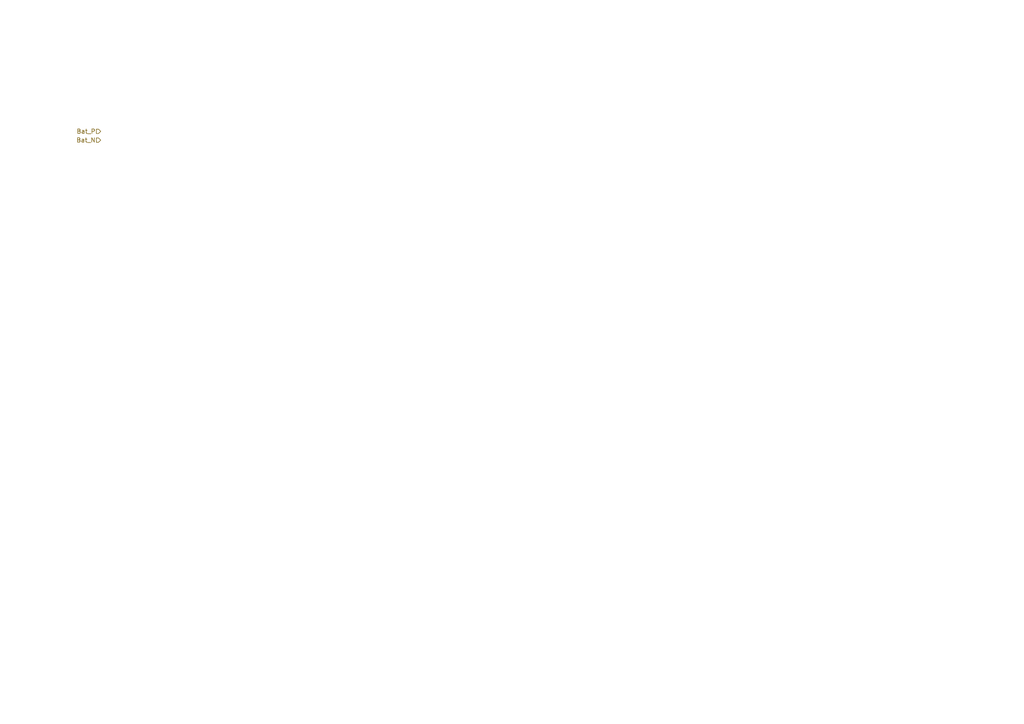
<source format=kicad_sch>
(kicad_sch (version 20211123) (generator eeschema)
  (paper "A4")
  (lib_symbols)
  (hierarchical_label "Bat_P" (shape input) (at 29.21 38.1 180))
  (hierarchical_label "Bat_N" (shape input) (at 29.21 40.64 180))
)
</source>
